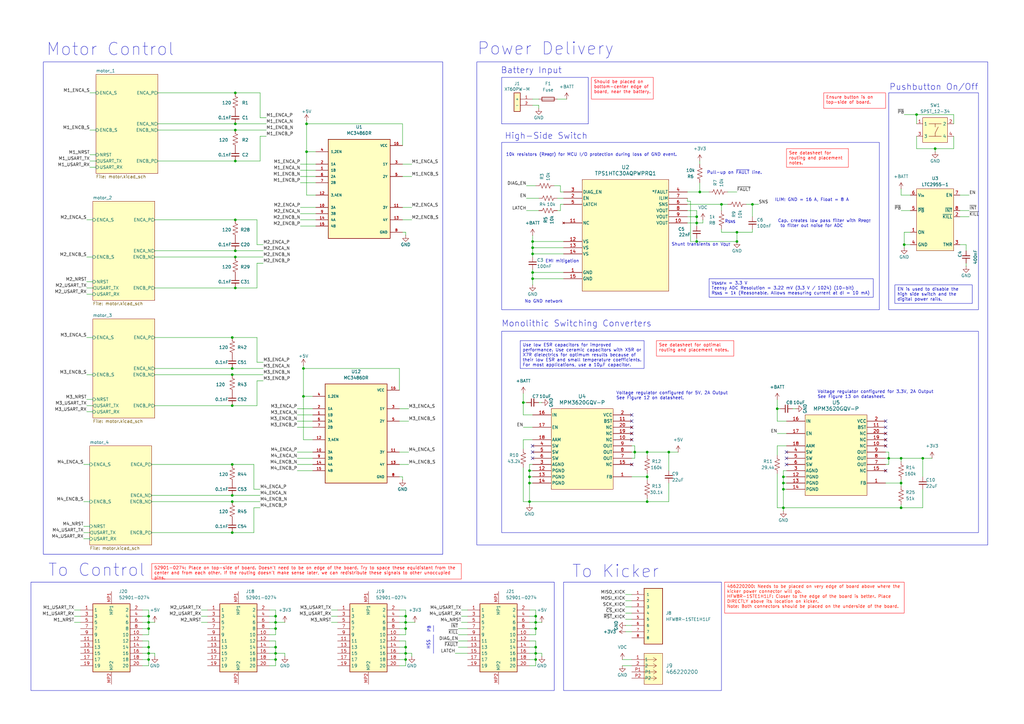
<source format=kicad_sch>
(kicad_sch (version 20231120) (generator "eeschema") (generator_version "8.0")
  (paper "A3")
  (junction (at 321.31 195.58))
  (junction (at 95.25 166.37))
  (junction (at 219.71 267.97))
  (junction (at 113.03 265.43))
  (junction (at 166.37 252.73))
  (junction (at 219.71 257.81))
  (junction (at 95.25 151.13))
  (junction (at 95.25 138.43))
  (junction (at 124.46 151.13))
  (junction (at 217.17 193.04))
  (junction (at 308.61 83.82))
  (junction (at 113.03 255.27))
  (junction (at 166.37 270.51))
  (junction (at 364.49 187.96))
  (junction (at 321.31 200.66))
  (junction (at 369.57 187.96))
  (junction (at 166.37 257.81))
  (junction (at 375.92 46.99))
  (junction (at 369.57 198.12))
  (junction (at 96.52 53.34))
  (junction (at 166.37 267.97))
  (junction (at 60.96 257.81))
  (junction (at 60.96 265.43))
  (junction (at 218.44 114.3))
  (junction (at 302.26 95.25))
  (junction (at 370.84 100.33))
  (junction (at 217.17 198.12))
  (junction (at 383.54 60.96))
  (junction (at 95.25 190.5))
  (junction (at 166.37 265.43))
  (junction (at 219.71 255.27))
  (junction (at 96.52 105.41))
  (junction (at 113.03 270.51))
  (junction (at 113.03 257.81))
  (junction (at 219.71 270.51))
  (junction (at 218.44 99.06))
  (junction (at 125.73 62.23))
  (junction (at 95.25 205.74))
  (junction (at 95.25 153.67))
  (junction (at 285.75 91.44))
  (junction (at 214.63 165.1))
  (junction (at 60.96 255.27))
  (junction (at 285.75 99.06))
  (junction (at 95.25 203.2))
  (junction (at 96.52 118.11))
  (junction (at 113.03 252.73))
  (junction (at 60.96 270.51))
  (junction (at 285.75 88.9))
  (junction (at 218.44 104.14))
  (junction (at 95.25 218.44))
  (junction (at 124.46 162.56))
  (junction (at 218.44 101.6))
  (junction (at 96.52 66.04))
  (junction (at 274.32 185.42))
  (junction (at 321.31 198.12))
  (junction (at 60.96 252.73))
  (junction (at 287.02 78.74))
  (junction (at 265.43 205.74))
  (junction (at 318.77 167.64))
  (junction (at 295.91 83.82))
  (junction (at 166.37 255.27))
  (junction (at 113.03 267.97))
  (junction (at 378.46 187.96))
  (junction (at 369.57 208.28))
  (junction (at 96.52 102.87))
  (junction (at 302.26 99.06))
  (junction (at 265.43 195.58))
  (junction (at 217.17 195.58))
  (junction (at 219.71 252.73))
  (junction (at 96.52 90.17))
  (junction (at 218.44 111.76))
  (junction (at 96.52 50.8))
  (junction (at 217.17 205.74))
  (junction (at 219.71 265.43))
  (junction (at 60.96 267.97))
  (junction (at 260.35 185.42))
  (junction (at 265.43 185.42))
  (junction (at 96.52 38.1))
  (junction (at 321.31 208.28))
  (junction (at 125.73 50.8))
  (no_connect (at 322.58 187.96))
  (no_connect (at 259.08 170.18))
  (no_connect (at 259.08 190.5))
  (no_connect (at 363.22 175.26))
  (no_connect (at 363.22 172.72))
  (no_connect (at 259.08 180.34))
  (no_connect (at 363.22 180.34))
  (no_connect (at 218.44 182.88))
  (no_connect (at 259.08 172.72))
  (no_connect (at 363.22 177.8))
  (no_connect (at 218.44 185.42))
  (no_connect (at 363.22 193.04))
  (no_connect (at 218.44 187.96))
  (no_connect (at 363.22 182.88))
  (no_connect (at 322.58 190.5))
  (no_connect (at 259.08 177.8))
  (no_connect (at 322.58 185.42))
  (no_connect (at 259.08 175.26))
  (wire (pts (xy 215.9 86.36) (xy 220.98 86.36)))
  (wire (pts (xy 35.56 120.65) (xy 38.1 120.65)))
  (wire (pts (xy 285.75 88.9) (xy 285.75 86.36)))
  (wire (pts (xy 95.25 151.13) (xy 107.95 151.13)))
  (wire (pts (xy 255.27 270.51) (xy 259.08 270.51)))
  (wire (pts (xy 214.63 180.34) (xy 214.63 184.15)))
  (wire (pts (xy 34.29 218.44) (xy 36.83 218.44)))
  (wire (pts (xy 393.7 100.33) (xy 396.24 100.33)))
  (wire (pts (xy 58.42 265.43) (xy 60.96 265.43)))
  (wire (pts (xy 218.44 114.3) (xy 218.44 116.84)))
  (wire (pts (xy 129.54 85.09) (xy 123.19 85.09)))
  (wire (pts (xy 369.57 196.85) (xy 369.57 198.12)))
  (wire (pts (xy 265.43 194.31) (xy 265.43 195.58)))
  (wire (pts (xy 229.87 86.36) (xy 229.87 83.82)))
  (wire (pts (xy 96.52 66.04) (xy 106.68 66.04)))
  (wire (pts (xy 64.77 53.34) (xy 96.52 53.34)))
  (wire (pts (xy 166.37 250.19) (xy 166.37 252.73)))
  (wire (pts (xy 259.08 195.58) (xy 265.43 195.58)))
  (wire (pts (xy 63.5 166.37) (xy 95.25 166.37)))
  (wire (pts (xy 110.49 252.73) (xy 113.03 252.73)))
  (wire (pts (xy 105.41 166.37) (xy 105.41 156.21)))
  (wire (pts (xy 260.35 187.96) (xy 260.35 185.42)))
  (wire (pts (xy 318.77 194.31) (xy 318.77 208.28)))
  (wire (pts (xy 104.14 218.44) (xy 104.14 208.28)))
  (polyline (pts (xy 177.8 260.35) (xy 177.8 267.97)))
  (wire (pts (xy 218.44 101.6) (xy 231.14 101.6)))
  (wire (pts (xy 281.94 83.82) (xy 295.91 83.82)))
  (wire (pts (xy 110.49 270.51) (xy 113.03 270.51)))
  (wire (pts (xy 110.49 267.97) (xy 113.03 267.97)))
  (wire (pts (xy 163.83 160.02) (xy 163.83 151.13)))
  (wire (pts (xy 125.73 80.01) (xy 125.73 62.23)))
  (wire (pts (xy 214.63 165.1) (xy 214.63 170.18)))
  (wire (pts (xy 34.29 220.98) (xy 36.83 220.98)))
  (wire (pts (xy 215.9 165.1) (xy 214.63 165.1)))
  (wire (pts (xy 285.75 99.06) (xy 302.26 99.06)))
  (wire (pts (xy 217.17 255.27) (xy 219.71 255.27)))
  (wire (pts (xy 217.17 198.12) (xy 217.17 195.58)))
  (wire (pts (xy 62.23 205.74) (xy 95.25 205.74)))
  (wire (pts (xy 166.37 265.43) (xy 166.37 267.97)))
  (wire (pts (xy 58.42 250.19) (xy 60.96 250.19)))
  (wire (pts (xy 298.45 78.74) (xy 302.26 78.74)))
  (wire (pts (xy 364.49 190.5) (xy 364.49 187.96)))
  (wire (pts (xy 110.49 260.35) (xy 113.03 260.35)))
  (wire (pts (xy 218.44 96.52) (xy 218.44 99.06)))
  (wire (pts (xy 373.38 95.25) (xy 370.84 95.25)))
  (wire (pts (xy 105.41 90.17) (xy 105.41 100.33)))
  (wire (pts (xy 123.19 72.39) (xy 129.54 72.39)))
  (wire (pts (xy 393.7 80.01) (xy 397.51 80.01)))
  (wire (pts (xy 302.26 95.25) (xy 302.26 99.06)))
  (wire (pts (xy 30.48 255.27) (xy 33.02 255.27)))
  (wire (pts (xy 217.17 205.74) (xy 265.43 205.74)))
  (wire (pts (xy 322.58 200.66) (xy 321.31 200.66)))
  (wire (pts (xy 218.44 99.06) (xy 218.44 101.6)))
  (wire (pts (xy 218.44 99.06) (xy 231.14 99.06)))
  (wire (pts (xy 95.25 190.5) (xy 104.14 190.5)))
  (wire (pts (xy 218.44 40.64) (xy 220.98 40.64)))
  (wire (pts (xy 63.5 102.87) (xy 96.52 102.87)))
  (wire (pts (xy 163.83 250.19) (xy 166.37 250.19)))
  (wire (pts (xy 285.75 99.06) (xy 285.75 97.79)))
  (wire (pts (xy 321.31 209.55) (xy 321.31 208.28)))
  (wire (pts (xy 113.03 255.27) (xy 116.84 255.27)))
  (wire (pts (xy 123.19 74.93) (xy 129.54 74.93)))
  (wire (pts (xy 113.03 270.51) (xy 113.03 273.05)))
  (wire (pts (xy 295.91 95.25) (xy 295.91 93.98)))
  (wire (pts (xy 104.14 200.66) (xy 106.68 200.66)))
  (wire (pts (xy 260.35 182.88) (xy 260.35 185.42)))
  (wire (pts (xy 95.25 153.67) (xy 107.95 153.67)))
  (wire (pts (xy 189.23 250.19) (xy 191.77 250.19)))
  (wire (pts (xy 218.44 180.34) (xy 214.63 180.34)))
  (wire (pts (xy 60.96 252.73) (xy 60.96 255.27)))
  (wire (pts (xy 288.29 90.17) (xy 288.29 91.44)))
  (wire (pts (xy 308.61 83.82) (xy 308.61 88.9)))
  (wire (pts (xy 110.49 257.81) (xy 113.03 257.81)))
  (wire (pts (xy 321.31 198.12) (xy 322.58 198.12)))
  (wire (pts (xy 302.26 95.25) (xy 295.91 95.25)))
  (wire (pts (xy 375.92 60.96) (xy 383.54 60.96)))
  (wire (pts (xy 166.37 255.27) (xy 166.37 257.81)))
  (wire (pts (xy 326.39 167.64) (xy 325.12 167.64)))
  (wire (pts (xy 375.92 55.88) (xy 375.92 60.96)))
  (wire (pts (xy 163.83 172.72) (xy 167.64 172.72)))
  (wire (pts (xy 96.52 53.34) (xy 109.22 53.34)))
  (wire (pts (xy 163.83 273.05) (xy 166.37 273.05)))
  (wire (pts (xy 217.17 260.35) (xy 219.71 260.35)))
  (wire (pts (xy 62.23 218.44) (xy 95.25 218.44)))
  (wire (pts (xy 191.77 257.81) (xy 187.96 257.81)))
  (wire (pts (xy 373.38 100.33) (xy 370.84 100.33)))
  (wire (pts (xy 369.57 80.01) (xy 373.38 80.01)))
  (wire (pts (xy 121.92 170.18) (xy 128.27 170.18)))
  (wire (pts (xy 186.69 267.97) (xy 191.77 267.97)))
  (wire (pts (xy 227.33 76.2) (xy 229.87 76.2)))
  (wire (pts (xy 96.52 118.11) (xy 105.41 118.11)))
  (wire (pts (xy 229.87 78.74) (xy 231.14 78.74)))
  (wire (pts (xy 283.21 82.55) (xy 283.21 99.06)))
  (wire (pts (xy 168.91 267.97) (xy 168.91 269.24)))
  (wire (pts (xy 36.83 68.58) (xy 39.37 68.58)))
  (wire (pts (xy 106.68 66.04) (xy 106.68 55.88)))
  (wire (pts (xy 393.7 86.36) (xy 397.51 86.36)))
  (wire (pts (xy 295.91 83.82) (xy 298.45 83.82)))
  (wire (pts (xy 36.83 53.34) (xy 39.37 53.34)))
  (wire (pts (xy 121.92 172.72) (xy 128.27 172.72)))
  (wire (pts (xy 163.83 252.73) (xy 166.37 252.73)))
  (wire (pts (xy 370.84 95.25) (xy 370.84 100.33)))
  (wire (pts (xy 322.58 193.04) (xy 321.31 193.04)))
  (wire (pts (xy 321.31 200.66) (xy 321.31 198.12)))
  (wire (pts (xy 113.03 250.19) (xy 113.03 252.73)))
  (wire (pts (xy 214.63 175.26) (xy 218.44 175.26)))
  (wire (pts (xy 95.25 138.43) (xy 105.41 138.43)))
  (wire (pts (xy 220.98 43.18) (xy 220.98 44.45)))
  (wire (pts (xy 124.46 149.86) (xy 124.46 151.13)))
  (wire (pts (xy 219.71 250.19) (xy 219.71 252.73)))
  (wire (pts (xy 218.44 110.49) (xy 218.44 111.76)))
  (wire (pts (xy 96.52 50.8) (xy 109.22 50.8)))
  (wire (pts (xy 96.52 90.17) (xy 105.41 90.17)))
  (wire (pts (xy 63.5 151.13) (xy 95.25 151.13)))
  (wire (pts (xy 166.37 270.51) (xy 166.37 273.05)))
  (wire (pts (xy 63.5 138.43) (xy 95.25 138.43)))
  (wire (pts (xy 163.83 262.89) (xy 166.37 262.89)))
  (wire (pts (xy 110.49 265.43) (xy 113.03 265.43)))
  (wire (pts (xy 60.96 262.89) (xy 60.96 265.43)))
  (wire (pts (xy 256.54 243.84) (xy 259.08 243.84)))
  (wire (pts (xy 125.73 62.23) (xy 129.54 62.23)))
  (wire (pts (xy 165.1 85.09) (xy 168.91 85.09)))
  (wire (pts (xy 34.29 215.9) (xy 36.83 215.9)))
  (wire (pts (xy 321.31 200.66) (xy 321.31 208.28)))
  (wire (pts (xy 124.46 180.34) (xy 124.46 162.56)))
  (wire (pts (xy 113.03 252.73) (xy 113.03 255.27)))
  (wire (pts (xy 30.48 252.73) (xy 33.02 252.73)))
  (wire (pts (xy 60.96 265.43) (xy 60.96 267.97)))
  (wire (pts (xy 60.96 267.97) (xy 60.96 270.51)))
  (wire (pts (xy 163.83 185.42) (xy 167.64 185.42)))
  (wire (pts (xy 163.83 257.81) (xy 166.37 257.81)))
  (wire (pts (xy 255.27 273.05) (xy 259.08 273.05)))
  (wire (pts (xy 60.96 255.27) (xy 63.5 255.27)))
  (wire (pts (xy 369.57 187.96) (xy 369.57 189.23)))
  (wire (pts (xy 274.32 198.12) (xy 274.32 205.74)))
  (wire (pts (xy 63.5 118.11) (xy 96.52 118.11)))
  (wire (pts (xy 165.1 67.31) (xy 168.91 67.31)))
  (wire (pts (xy 64.77 38.1) (xy 96.52 38.1)))
  (wire (pts (xy 58.42 252.73) (xy 60.96 252.73)))
  (wire (pts (xy 110.49 255.27) (xy 113.03 255.27)))
  (wire (pts (xy 36.83 38.1) (xy 39.37 38.1)))
  (wire (pts (xy 391.16 55.88) (xy 391.16 60.96)))
  (wire (pts (xy 124.46 162.56) (xy 128.27 162.56)))
  (wire (pts (xy 265.43 204.47) (xy 265.43 205.74)))
  (wire (pts (xy 396.24 107.95) (xy 396.24 109.22)))
  (wire (pts (xy 64.77 50.8) (xy 96.52 50.8)))
  (wire (pts (xy 219.71 265.43) (xy 219.71 267.97)))
  (wire (pts (xy 217.17 265.43) (xy 219.71 265.43)))
  (wire (pts (xy 214.63 161.29) (xy 214.63 165.1)))
  (wire (pts (xy 165.1 90.17) (xy 168.91 90.17)))
  (wire (pts (xy 281.94 91.44) (xy 285.75 91.44)))
  (wire (pts (xy 260.35 185.42) (xy 265.43 185.42)))
  (wire (pts (xy 281.94 82.55) (xy 281.94 81.28)))
  (wire (pts (xy 217.17 190.5) (xy 217.17 193.04)))
  (wire (pts (xy 369.57 208.28) (xy 378.46 208.28)))
  (wire (pts (xy 35.56 115.57) (xy 38.1 115.57)))
  (wire (pts (xy 285.75 91.44) (xy 288.29 91.44)))
  (wire (pts (xy 58.42 267.97) (xy 60.96 267.97)))
  (wire (pts (xy 274.32 185.42) (xy 265.43 185.42)))
  (wire (pts (xy 135.89 252.73) (xy 138.43 252.73)))
  (wire (pts (xy 165.1 72.39) (xy 168.91 72.39)))
  (wire (pts (xy 318.77 208.28) (xy 321.31 208.28)))
  (wire (pts (xy 33.02 250.19) (xy 30.48 250.19)))
  (wire (pts (xy 58.42 255.27) (xy 60.96 255.27)))
  (wire (pts (xy 166.37 262.89) (xy 166.37 265.43)))
  (wire (pts (xy 95.25 205.74) (xy 106.68 205.74)))
  (wire (pts (xy 34.29 190.5) (xy 36.83 190.5)))
  (wire (pts (xy 219.71 257.81) (xy 219.71 260.35)))
  (wire (pts (xy 63.5 90.17) (xy 96.52 90.17)))
  (wire (pts (xy 96.52 102.87) (xy 107.95 102.87)))
  (wire (pts (xy 283.21 99.06) (xy 285.75 99.06)))
  (wire (pts (xy 218.44 111.76) (xy 218.44 114.3)))
  (wire (pts (xy 191.77 265.43) (xy 187.96 265.43)))
  (wire (pts (xy 217.17 195.58) (xy 218.44 195.58)))
  (wire (pts (xy 113.03 262.89) (xy 113.03 265.43)))
  (wire (pts (xy 95.25 203.2) (xy 106.68 203.2)))
  (wire (pts (xy 163.83 167.64) (xy 167.64 167.64)))
  (wire (pts (xy 302.26 95.25) (xy 308.61 95.25)))
  (wire (pts (xy 163.83 195.58) (xy 165.1 195.58)))
  (wire (pts (xy 318.77 182.88) (xy 318.77 186.69)))
  (wire (pts (xy 166.37 255.27) (xy 170.18 255.27)))
  (wire (pts (xy 35.56 168.91) (xy 38.1 168.91)))
  (wire (pts (xy 215.9 81.28) (xy 220.98 81.28)))
  (wire (pts (xy 105.41 100.33) (xy 107.95 100.33)))
  (wire (pts (xy 82.55 252.73) (xy 85.09 252.73)))
  (wire (pts (xy 58.42 270.51) (xy 60.96 270.51)))
  (wire (pts (xy 218.44 190.5) (xy 217.17 190.5)))
  (wire (pts (xy 121.92 193.04) (xy 128.27 193.04)))
  (wire (pts (xy 219.71 252.73) (xy 219.71 255.27)))
  (wire (pts (xy 369.57 198.12) (xy 369.57 199.39)))
  (wire (pts (xy 287.02 78.74) (xy 290.83 78.74)))
  (wire (pts (xy 285.75 92.71) (xy 285.75 91.44)))
  (wire (pts (xy 369.57 86.36) (xy 373.38 86.36)))
  (wire (pts (xy 35.56 163.83) (xy 38.1 163.83)))
  (wire (pts (xy 166.37 95.25) (xy 166.37 96.52)))
  (wire (pts (xy 378.46 187.96) (xy 378.46 195.58)))
  (wire (pts (xy 369.57 207.01) (xy 369.57 208.28)))
  (wire (pts (xy 321.31 208.28) (xy 369.57 208.28)))
  (wire (pts (xy 219.71 255.27) (xy 219.71 257.81)))
  (wire (pts (xy 113.03 257.81) (xy 113.03 260.35)))
  (wire (pts (xy 364.49 185.42) (xy 364.49 187.96)))
  (wire (pts (xy 123.19 87.63) (xy 129.54 87.63)))
  (wire (pts (xy 189.23 255.27) (xy 191.77 255.27)))
  (wire (pts (xy 391.16 46.99) (xy 391.16 50.8)))
  (wire (pts (xy 217.17 193.04) (xy 217.17 195.58)))
  (wire (pts (xy 36.83 63.5) (xy 39.37 63.5)))
  (wire (pts (xy 322.58 195.58) (xy 321.31 195.58)))
  (wire (pts (xy 35.56 90.17) (xy 38.1 90.17)))
  (wire (pts (xy 306.07 83.82) (xy 308.61 83.82)))
  (wire (pts (xy 62.23 190.5) (xy 95.25 190.5)))
  (wire (pts (xy 121.92 175.26) (xy 128.27 175.26)))
  (wire (pts (xy 219.71 267.97) (xy 219.71 270.51)))
  (wire (pts (xy 58.42 273.05) (xy 60.96 273.05)))
  (wire (pts (xy 105.41 156.21) (xy 107.95 156.21)))
  (wire (pts (xy 123.19 90.17) (xy 129.54 90.17)))
  (wire (pts (xy 396.24 100.33) (xy 396.24 102.87)))
  (wire (pts (xy 163.83 260.35) (xy 166.37 260.35)))
  (wire (pts (xy 39.37 66.04) (xy 36.83 66.04)))
  (wire (pts (xy 260.35 185.42) (xy 259.08 185.42)))
  (wire (pts (xy 104.14 190.5) (xy 104.14 200.66)))
  (wire (pts (xy 219.71 255.27) (xy 222.25 255.27)))
  (wire (pts (xy 82.55 255.27) (xy 85.09 255.27)))
  (wire (pts (xy 123.19 69.85) (xy 129.54 69.85)))
  (wire (pts (xy 393.7 88.9) (xy 397.51 88.9)))
  (wire (pts (xy 96.52 105.41) (xy 107.95 105.41)))
  (wire (pts (xy 364.49 187.96) (xy 363.22 187.96)))
  (wire (pts (xy 113.03 267.97) (xy 116.84 267.97)))
  (wire (pts (xy 113.03 265.43) (xy 113.03 267.97)))
  (wire (pts (xy 256.54 246.38) (xy 259.08 246.38)))
  (wire (pts (xy 265.43 185.42) (xy 265.43 186.69)))
  (wire (pts (xy 218.44 104.14) (xy 231.14 104.14)))
  (wire (pts (xy 58.42 257.81) (xy 60.96 257.81)))
  (wire (pts (xy 218.44 193.04) (xy 217.17 193.04)))
  (wire (pts (xy 281.94 78.74) (xy 287.02 78.74)))
  (wire (pts (xy 165.1 50.8) (xy 125.73 50.8)))
  (wire (pts (xy 113.03 255.27) (xy 113.03 257.81)))
  (wire (pts (xy 219.71 262.89) (xy 219.71 265.43)))
  (wire (pts (xy 256.54 259.08) (xy 259.08 259.08)))
  (wire (pts (xy 265.43 195.58) (xy 265.43 196.85)))
  (wire (pts (xy 281.94 82.55) (xy 283.21 82.55)))
  (wire (pts (xy 375.92 46.99) (xy 391.16 46.99)))
  (wire (pts (xy 215.9 76.2) (xy 219.71 76.2)))
  (wire (pts (xy 382.27 187.96) (xy 378.46 187.96)))
  (wire (pts (xy 35.56 105.41) (xy 38.1 105.41)))
  (wire (pts (xy 106.68 48.26) (xy 109.22 48.26)))
  (wire (pts (xy 113.03 267.97) (xy 113.03 270.51)))
  (wire (pts (xy 369.57 77.47) (xy 369.57 80.01)))
  (wire (pts (xy 217.17 273.05) (xy 219.71 273.05)))
  (wire (pts (xy 163.83 265.43) (xy 166.37 265.43)))
  (wire (pts (xy 219.71 270.51) (xy 219.71 273.05)))
  (wire (pts (xy 123.19 92.71) (xy 129.54 92.71)))
  (wire (pts (xy 308.61 83.82) (xy 311.15 83.82)))
  (wire (pts (xy 222.25 165.1) (xy 220.98 165.1)))
  (wire (pts (xy 217.17 262.89) (xy 219.71 262.89)))
  (wire (pts (xy 318.77 167.64) (xy 318.77 172.72)))
  (wire (pts (xy 281.94 88.9) (xy 285.75 88.9)))
  (wire (pts (xy 383.54 60.96) (xy 383.54 62.23)))
  (wire (pts (xy 34.29 205.74) (xy 36.83 205.74)))
  (wire (pts (xy 256.54 251.46) (xy 259.08 251.46)))
  (wire (pts (xy 218.44 114.3) (xy 231.14 114.3)))
  (wire (pts (xy 218.44 170.18) (xy 214.63 170.18)))
  (wire (pts (xy 165.1 95.25) (xy 166.37 95.25)))
  (wire (pts (xy 104.14 208.28) (xy 106.68 208.28)))
  (wire (pts (xy 256.54 248.92) (xy 259.08 248.92)))
  (wire (pts (xy 135.89 250.19) (xy 138.43 250.19)))
  (wire (pts (xy 35.56 118.11) (xy 38.1 118.11)))
  (wire (pts (xy 116.84 267.97) (xy 116.84 269.24)))
  (wire (pts (xy 259.08 182.88) (xy 260.35 182.88)))
  (wire (pts (xy 105.41 138.43) (xy 105.41 148.59)))
  (wire (pts (xy 60.96 255.27) (xy 60.96 257.81)))
  (wire (pts (xy 318.77 177.8) (xy 322.58 177.8)))
  (wire (pts (xy 370.84 46.99) (xy 375.92 46.99)))
  (wire (pts (xy 217.17 207.01) (xy 217.17 205.74)))
  (wire (pts (xy 256.54 254) (xy 259.08 254)))
  (wire (pts (xy 187.96 262.89) (xy 191.77 262.89)))
  (wire (pts (xy 281.94 86.36) (xy 285.75 86.36)))
  (wire (pts (xy 166.37 267.97) (xy 168.91 267.97)))
  (wire (pts (xy 214.63 191.77) (xy 214.63 205.74)))
  (wire (pts (xy 82.55 250.19) (xy 85.09 250.19)))
  (wire (pts (xy 123.19 67.31) (xy 129.54 67.31)))
  (wire (pts (xy 110.49 250.19) (xy 113.03 250.19)))
  (wire (pts (xy 320.04 167.64) (xy 318.77 167.64)))
  (wire (pts (xy 96.52 38.1) (xy 106.68 38.1)))
  (wire (pts (xy 308.61 93.98) (xy 308.61 95.25)))
  (wire (pts (xy 321.31 195.58) (xy 321.31 198.12)))
  (wire (pts (xy 217.17 198.12) (xy 217.17 205.74)))
  (wire (pts (xy 189.23 252.73) (xy 191.77 252.73)))
  (wire (pts (xy 60.96 270.51) (xy 60.96 273.05)))
  (wire (pts (xy 63.5 105.41) (xy 96.52 105.41)))
  (wire (pts (xy 375.92 50.8) (xy 375.92 46.99)))
  (wire (pts (xy 322.58 182.88) (xy 318.77 182.88)))
  (wire (pts (xy 64.77 66.04) (xy 96.52 66.04)))
  (wire (pts (xy 106.68 38.1) (xy 106.68 48.26)))
  (wire (pts (xy 163.83 190.5) (xy 167.64 190.5)))
  (wire (pts (xy 62.23 203.2) (xy 95.25 203.2)))
  (wire (pts (xy 228.6 81.28) (xy 231.14 81.28)))
  (wire (pts (xy 217.17 257.81) (xy 219.71 257.81)))
  (wire (pts (xy 163.83 267.97) (xy 166.37 267.97)))
  (wire (pts (xy 228.6 86.36) (xy 229.87 86.36)))
  (wire (pts (xy 125.73 49.53) (xy 125.73 50.8)))
  (wire (pts (xy 35.56 153.67) (xy 38.1 153.67)))
  (wire (pts (xy 166.37 252.73) (xy 166.37 255.27)))
  (wire (pts (xy 222.25 267.97) (xy 222.25 269.24)))
  (wire (pts (xy 105.41 148.59) (xy 107.95 148.59)))
  (wire (pts (xy 265.43 205.74) (xy 274.32 205.74)))
  (wire (pts (xy 105.41 118.11) (xy 105.41 107.95)))
  (wire (pts (xy 63.5 153.67) (xy 95.25 153.67)))
  (wire (pts (xy 219.71 267.97) (xy 222.25 267.97)))
  (wire (pts (xy 60.96 257.81) (xy 60.96 260.35)))
  (wire (pts (xy 110.49 273.05) (xy 113.03 273.05)))
  (wire (pts (xy 128.27 180.34) (xy 124.46 180.34)))
  (wire (pts (xy 35.56 138.43) (xy 38.1 138.43)))
  (wire (pts (xy 218.44 198.12) (xy 217.17 198.12)))
  (wire (pts (xy 125.73 50.8) (xy 125.73 62.23)))
  (wire (pts (xy 378.46 187.96) (xy 369.57 187.96)))
  (wire (pts (xy 110.49 262.89) (xy 113.03 262.89)))
  (wire (pts (xy 218.44 111.76) (xy 231.14 111.76)))
  (wire (pts (xy 363.22 198.12) (xy 369.57 198.12)))
  (wire (pts (xy 217.17 270.51) (xy 219.71 270.51)))
  (polyline (pts (xy 177.8 256.54) (xy 177.8 259.08)))
  (wire (pts (xy 218.44 43.18) (xy 220.98 43.18)))
  (wire (pts (xy 217.17 267.97) (xy 219.71 267.97)))
  (wire (pts (xy 58.42 262.89) (xy 60.96 262.89)))
  (wire (pts (xy 274.32 185.42) (xy 274.32 193.04)))
  (wire (pts (xy 95.25 218.44) (xy 104.14 218.44)))
  (wire (pts (xy 121.92 190.5) (xy 128.27 190.5)))
  (wire (pts (xy 214.63 205.74) (xy 217.17 205.74)))
  (wire (pts (xy 229.87 76.2) (xy 229.87 78.74)))
  (wire (pts (xy 218.44 104.14) (xy 218.44 105.41)))
  (wire (pts (xy 378.46 200.66) (xy 378.46 208.28)))
  (wire (pts (xy 166.37 257.81) (xy 166.37 260.35)))
  (wire (pts (xy 218.44 101.6) (xy 218.44 104.14)))
  (wire (pts (xy 322.58 172.72) (xy 318.77 172.72)))
  (wire (pts (xy 318.77 163.83) (xy 318.77 167.64)))
  (wire (pts (xy 163.83 270.51) (xy 166.37 270.51)))
  (wire (pts (xy 63.5 267.97) (xy 63.5 269.24)))
  (wire (pts (xy 124.46 151.13) (xy 124.46 162.56)))
  (wire (pts (xy 363.22 185.42) (xy 364.49 185.42)))
  (wire (pts (xy 363.22 190.5) (xy 364.49 190.5)))
  (wire (pts (xy 287.02 66.04) (xy 287.02 67.31)))
  (wire (pts (xy 165.1 195.58) (xy 165.1 196.85)))
  (wire (pts (xy 364.49 187.96) (xy 369.57 187.96)))
  (wire (pts (xy 274.32 185.42) (xy 278.13 185.42)))
  (wire (pts (xy 105.41 107.95) (xy 107.95 107.95)))
  (wire (pts (xy 58.42 260.35) (xy 60.96 260.35)))
  (wire (pts (xy 191.77 260.35) (xy 187.96 260.35)))
  (wire (pts (xy 163.83 151.13) (xy 124.46 151.13)))
  (wire (pts (xy 163.83 255.27) (xy 166.37 255.27)))
  (wire (pts (xy 217.17 252.73) (xy 219.71 252.73)))
  (wire (pts (xy 60.96 267.97) (xy 63.5 267.97)))
  (wire (pts (xy 285.75 91.44) (xy 285.75 88.9)))
  (wire (pts (xy 121.92 187.96) (xy 128.27 187.96)))
  (wire (pts (xy 383.54 60.96) (xy 391.16 60.96)))
  (wire (pts (xy 166.37 267.97) (xy 166.37 270.51)))
  (wire (pts (xy 35.56 166.37) (xy 38.1 166.37)))
  (wire (pts (xy 129.54 80.01) (xy 125.73 80.01)))
  (wire (pts (xy 287.02 74.93) (xy 287.02 78.74)))
  (wire (pts (xy 165.1 59.69) (xy 165.1 50.8)))
  (wire (pts (xy 295.91 86.36) (xy 295.91 83.82)))
  (wire (pts (xy 106.68 55.88) (xy 109.22 55.88)))
  (wire (pts (xy 229.87 83.82) (xy 231.14 83.82)))
  (wire (pts (xy 217.17 250.19) (xy 219.71 250.19)))
  (wire (pts (xy 128.27 185.42) (xy 121.92 185.42)))
  (wire (pts (xy 121.92 167.64) (xy 128.27 167.64)))
  (wire (pts (xy 259.08 187.96) (xy 260.35 187.96)))
  (wire (pts (xy 370.84 100.33) (xy 370.84 101.6)))
  (wire (pts (xy 95.25 166.37) (xy 105.41 166.37)))
  (wire (pts (xy 256.54 256.54) (xy 259.08 256.54)))
  (wire (pts (xy 135.89 255.27) (xy 138.43 255.27)))
  (wire (pts (xy 60.96 250.19) (xy 60.96 252.73)))
  (wire (pts (xy 321.31 193.04) (xy 321.31 195.58)))
  (wire (pts (xy 228.6 40.64) (xy 232.41 40.64)))
  (rectangle (start 231.14 238.76) (end 295.91 283.21))
  (rectangle (start 205.74 135.89) (end 401.32 218.44))
  (rectangle (start 205.74 58.42) (end 360.68 127))
  (rectangle (start 195.58 25.4) (end 405.13 223.52))
  (rectangle (start 364.49 38.1) (end 401.32 127))
  (rectangle (start 205.74 31.75) (end 241.3 50.8))
  (rectangle (start 12.7 238.76) (end 227.33 283.21))
  (rectangle (start 17.78 25.4) (end 181.61 227.33))
  (text_box "Ensure button is on top-side of board." (at 337.82 38.1 0) (size 25.4 6.35) (stroke (width 0) (color 255 0 15 1)) (effects (font (size 1.27 1.27)) (justify left top)))
  (text_box "EN is used to disable the high side switch and the digital power rails.\n" (at 367.03 116.84 0) (size 31.75 7.62) (effects (font (size 1.27 1.27)) (justify left top)))
  (text_box "Use low ESR capacitors for improved performance. Use ceramic capacitors with X5R or X7R dielectrics for optimum results because of their low ESR and small temperature coefficients. For most applications, use a 10μF capacitor." (at 213.36 139.7 0) (size 50.8 11.43) (effects (font (size 1.27 1.27)) (justify left top)))
  (text_box "Should be placed on bottom-center edge of board, near the battery." (at 242.57 31.75 0) (size 25.4 8.89) (stroke (width 0) (color 255 0 11 1)) (effects (font (size 1.27 1.27)) (justify left top)))
  (text_box "V_{SNSFH} = 3.3 V \nTeensy ADC Resolution = 3.22 mV (3.3 V / 1024) (10-bit)\nR_{SNS} = 1k (Reasonable. Allows measuring current at dI = 10 mA)" (at 290.83 114.3 0) (size 67.31 7.62) (effects (font (size 1.27 1.27)) (justify left top)))
  (text_box "466220200: Needs to be placed on very edge of board above where the kicker power connector will go.\nHFW8R-1STE1H1LF: Closer to the edge of the board is better. Place DIRECTLY above its location on kicker.\nNote: Both connectors should be placed on the underside of the board." (at 297.18 238.76 0) (size 73.66 12.7) (stroke (width 0) (color 255 0 10 1)) (effects (font (size 1.27 1.27)) (justify left top)))
  (text_box "52901-0274: Place on top-side of board. Doesn't need to be on edge of the board. Try to space these equidistant from the center and from each other. If the routing doesn't make sense later, we can redistribute these signals to other unoccupied pins." (at 62.23 231.14 0) (size 127 6.35) (stroke (width 0) (color 255 4 0 1)) (effects (font (size 1.27 1.27)) (justify left top)))
  (text_box "See datasheet for routing and placement notes." (at 322.58 60.96 0) (size 25.4 7.62) (stroke (width 0) (color 255 0 4 1)) (effects (font (size 1.27 1.27)) (justify left top)))
  (text_box "See datasheet for optimal routing and placement notes." (at 269.24 139.7 0) (size 31.75 6.35) (stroke (width 0) (color 255 0 7 1)) (effects (font (size 1.27 1.27)) (justify left top)))
  (text "R_{SNS}" (at 299.466 90.932 0) (effects (font (size 1.27 1.27))))
  (text "PB" (at 176.022 258.064 90) (effects (font (size 1.27 1.27))))
  (text "10k resistors (R_{PROT}) for MCU I/O protection during loss of GND event." (at 242.57 63.5 0) (effects (font (size 1.27 1.27))))
  (text "Cap. creates low pass filter with R_{PROT}\n to filter out noise for ADC" (at 319.024 91.694 0) (effects (font (size 1.27 1.27)) (justify left)))
  (text "ILIM: GND = 16 A, Float = 8 A" (at 332.994 82.042 0) (effects (font (size 1.27 1.27))))
  (text "HSS" (at 175.768 264.414 90) (effects (font (size 1.27 1.27))))
  (text "Battery Input" (at 217.932 28.956 0) (effects (font (size 2.54 2.54))))
  (text "Voltage regulator configured for 3.3V, 2A Output\nSee Figure 13 on datasheet." (at 335.28 161.798 0) (effects (font (size 1.27 1.27)) (justify left)))
  (text "Shunt transients on V_{OUT}" (at 287.528 100.33 0) (effects (font (size 1.27 1.27))))
  (text "No GND network" (at 223.012 123.698 0) (effects (font (size 1.27 1.27))))
  (text "Power Delivery" (at 223.774 20.066 0) (effects (font (size 5.08 5.08))))
  (text "To Kicker" (at 252.476 234.442 0) (effects (font (size 5.08 5.08))))
  (text "Monolithic Switching Converters" (at 236.474 132.842 0) (effects (font (size 2.54 2.54))))
  (text "EMI mitigation" (at 230.632 107.188 0) (effects (font (size 1.27 1.27))))
  (text "High-Side Switch" (at 224.028 55.88 0) (effects (font (size 2.54 2.54))))
  (text "Voltage regulator configured for 5V, 2A Output\nSee Figure 12 on datasheet." (at 252.73 162.306 0) (effects (font (size 1.27 1.27)) (justify left)))
  (text "Pull-up on ~{FAULT} line." (at 301.244 70.866 0) (effects (font (size 1.27 1.27))))
  (text "Pushbutton On/Off" (at 383.032 35.814 0) (effects (font (size 2.54 2.54))))
  (text "Motor Control" (at 45.212 20.32 0) (effects (font (size 5.08 5.08))))
  (text "To Control" (at 39.624 233.934 0) (effects (font (size 5.08 5.08))))
  (label "~{KILL}" (at 187.96 260.35 180))
  (label "SNS" (at 311.15 83.82 0))
  (label "M3_USART_TX" (at 135.89 250.19 180))
  (label "~{FAULT}" (at 187.96 265.43 180))
  (label "M2_USART_RX" (at 35.56 120.65 180))
  (label "M1_ENCB_N" (at 123.19 72.39 180))
  (label "LATCH" (at 215.9 86.36 180))
  (label "M4_ENCA_P" (at 106.68 200.66 0))
  (label "M1_NRST" (at 36.83 63.5 180))
  (label "M2_ENCA_S" (at 168.91 85.09 0))
  (label "M4_USART_RX" (at 34.29 220.98 180))
  (label "M2_USART_RX" (at 82.55 252.73 180))
  (label "M1_USART_TX" (at 36.83 66.04 180))
  (label "LATCH" (at 186.69 267.97 180))
  (label "M1_ENCA_N" (at 109.22 50.8 0))
  (label "M4_ENCA_P" (at 121.92 185.42 180))
  (label "M4_ENCA_N" (at 106.68 203.2 0))
  (label "M4_ENCB_S" (at 34.29 205.74 180))
  (label "M3_ENCB_P" (at 121.92 175.26 180))
  (label "M4_NRST" (at 34.29 215.9 180))
  (label "M2_ENCB_P" (at 107.95 107.95 0))
  (label "M3_USART_RX" (at 135.89 252.73 180))
  (label "M2_ENCB_N" (at 107.95 105.41 0))
  (label "M3_ENCA_P" (at 121.92 167.64 180))
  (label "M2_ENCA_S" (at 35.56 90.17 180))
  (label "M1_ENCA_N" (at 123.19 69.85 180))
  (label "DIAG_EN" (at 187.96 262.89 180))
  (label "M3_ENCB_S" (at 167.64 172.72 0))
  (label "~{INT}" (at 187.96 257.81 180))
  (label "M3_ENCB_N" (at 121.92 172.72 180))
  (label "M4_ENCA_S" (at 34.29 190.5 180))
  (label "M2_ENCB_P" (at 123.19 92.71 180))
  (label "M1_ENCA_S" (at 168.91 67.31 0))
  (label "M3_USART_RX" (at 35.56 168.91 180))
  (label "M1_USART_RX" (at 30.48 252.73 180))
  (label "DIAG_EN" (at 215.9 76.2 180))
  (label "EN" (at 318.77 177.8 180))
  (label "M3_ENCA_S" (at 35.56 138.43 180))
  (label "M3_NRST" (at 135.89 255.27 180))
  (label "EN" (at 214.63 175.26 180))
  (label "M1_USART_RX" (at 36.83 68.58 180))
  (label "M2_ENCA_N" (at 123.19 87.63 180))
  (label "M2_USART_TX" (at 82.55 250.19 180))
  (label "~{CS}_KICK" (at 256.54 251.46 180))
  (label "~{INT}" (at 397.51 86.36 0))
  (label "M3_NRST" (at 35.56 163.83 180))
  (label "M2_NRST" (at 35.56 115.57 180))
  (label "M2_ENCA_P" (at 107.95 100.33 0))
  (label "~{PB}" (at 370.84 46.99 180))
  (label "M1_ENCB_S" (at 36.83 53.34 180))
  (label "M4_ENCB_P" (at 106.68 208.28 0))
  (label "M2_USART_TX" (at 35.56 118.11 180))
  (label "MOSI_KICK" (at 256.54 246.38 180))
  (label "M4_ENCA_N" (at 121.92 187.96 180))
  (label "M3_ENCB_S" (at 35.56 153.67 180))
  (label "M2_ENCA_N" (at 107.95 102.87 0))
  (label "M4_ENCA_S" (at 167.64 185.42 0))
  (label "M3_USART_TX" (at 35.56 166.37 180))
  (label "M1_ENCA_S" (at 36.83 38.1 180))
  (label "M1_USART_TX" (at 30.48 250.19 180))
  (label "M1_ENCA_P" (at 109.22 48.26 0))
  (label "M2_ENCB_S" (at 168.91 90.17 0))
  (label "M3_ENCA_N" (at 107.95 151.13 0))
  (label "~{KILL}" (at 397.51 88.9 0))
  (label "~{FAULT}" (at 302.26 78.74 0))
  (label "M1_ENCB_P" (at 123.19 74.93 180))
  (label "M4_USART_RX" (at 189.23 252.73 180))
  (label "M3_ENCA_N" (at 121.92 170.18 180))
  (label "M4_ENCB_N" (at 106.68 205.74 0))
  (label "M4_NRST" (at 189.23 255.27 180))
  (label "M4_ENCB_P" (at 121.92 193.04 180))
  (label "M1_ENCB_S" (at 168.91 72.39 0))
  (label "M2_ENCB_S" (at 35.56 105.41 180))
  (label "EN" (at 397.51 80.01 0))
  (label "M2_ENCB_N" (at 123.19 90.17 180))
  (label "M3_ENCB_P" (at 107.95 156.21 0))
  (label "M2_ENCA_P" (at 123.19 85.09 180))
  (label "EN" (at 215.9 81.28 180))
  (label "M3_ENCB_N" (at 107.95 153.67 0))
  (label "M3_ENCA_P" (at 107.95 148.59 0))
  (label "M1_NRST" (at 30.48 255.27 180))
  (label "M4_ENCB_S" (at 167.64 190.5 0))
  (label "MISO_KICK" (at 256.54 243.84 180))
  (label "M1_ENCB_P" (at 109.22 55.88 0))
  (label "M3_ENCA_S" (at 167.64 167.64 0))
  (label "~{PB}" (at 369.57 86.36 180))
  (label "M4_USART_TX" (at 189.23 250.19 180))
  (label "M2_NRST" (at 82.55 255.27 180))
  (label "M1_ENCB_N" (at 109.22 53.34 0))
  (label "M4_USART_TX" (at 34.29 218.44 180))
  (label "~{RST}_KICK" (at 256.54 254 180))
  (label "SCK_KICK" (at 256.54 248.92 180))
  (label "M4_ENCB_N" (at 121.92 190.5 180))
  (label "M1_ENCA_P" (at 123.19 67.31 180))
  (symbol (lib_id "Device:C_Small") (at 274.32 195.58 0) (unit 1)
    (property "Reference" "C9" (at 275.59 194.31 0) (effects (justify left)))
    (property "Value" "22uF" (at 275.59 196.85 0) (effects (justify left)))
    (property "Footprint" "Capacitor_SMD:C_1206_3216Metric" (effects (hide yes)))
    (property "Description" "Unpolarized capacitor, small symbol" (effects (hide yes)))
  )
  (symbol (lib_id "Device:C_Small") (at 378.46 198.12 0) (unit 1)
    (property "Reference" "C10" (at 379.73 196.85 0) (effects (justify left)))
    (property "Value" "22uF" (at 379.73 199.39 0) (effects (justify left)))
    (property "Footprint" "Capacitor_SMD:C_1206_3216Metric" (effects (hide yes)))
    (property "Description" "Unpolarized capacitor, small symbol" (effects (hide yes)))
  )
  (symbol (lib_id "RoboJackets-Connectors:466220200") (at 259.08 270.51 0) (unit 1)
    (property "Reference" "J9" (at 273.05 273.0499 0) (effects (font (size 1.524 1.524)) (justify left)))
    (property "Value" "466220200" (at 273.05 275.5899 0) (effects (font (size 1.524 1.524)) (justify left)))
    (property "Footprint" "RoboJackets-Connectors:CON_466220200" (effects (hide yes)))
    (property "Datasheet" "466220200" (effects (hide yes)))
  )
  (symbol (lib_id "power:GND") (at 222.25 269.24 0) (unit 1)
    (property "Reference" "#PWR0115" (effects (hide yes)))
    (property "Value" "GND" (at 222.25 273.05 0))
    (property "Description" "Power symbol creates a global label with name \"GND\" , ground" (effects (hide yes)))
  )
  (symbol (lib_id "power:+5V") (at 125.73 49.53 0) (unit 1)
    (property "Reference" "#PWR01" (effects (hide yes)))
    (property "Value" "+5V" (at 125.73 45.72 0))
    (property "Description" "Power symbol creates a global label with name \"+5V\"" (effects (hide yes)))
  )
  (symbol (lib_id "power:GND") (at 256.54 256.54 270) (mirror x) (unit 1)
    (property "Reference" "#PWR0144" (effects (hide yes)))
    (property "Value" "GND" (at 252.73 256.54 0))
    (property "Description" "Power symbol creates a global label with name \"GND\" , ground" (effects (hide yes)))
  )
  (symbol (lib_id "power:+BATT") (at 369.57 77.47 0) (unit 1)
    (property "Reference" "#PWR011" (effects (hide yes)))
    (property "Value" "+BATT" (at 369.57 72.39 0))
    (property "Description" "Power symbol creates a global label with name \"+BATT\"" (effects (hide yes)))
  )
  (symbol (lib_id "Device:R_US") (at 223.52 76.2 270) (unit 1)
    (property "Reference" "R3" (at 222.25 72.39 0))
    (property "Value" "10k" (at 224.79 72.39 0))
    (property "Footprint" "Resistor_SMD:R_0603_1608Metric" (effects (hide yes)))
    (property "Description" "Resistor, US symbol" (effects (hide yes)))
  )
  (symbol (lib_id "Device:R_US") (at 318.77 190.5 180) (unit 1)
    (property "Reference" "R11" (at 314.96 189.23 0))
    (property "Value" "29.4k" (at 314.96 191.77 0))
    (property "Footprint" "Resistor_SMD:R_0603_1608Metric" (effects (hide yes)))
    (property "Description" "Resistor, US symbol" (effects (hide yes)))
  )
  (symbol (lib_id "power:+5V") (at 63.5 255.27 0) (unit 1)
    (property "Reference" "#PWR084" (effects (hide yes)))
    (property "Value" "+5V" (at 63.5 250.19 0))
    (property "Description" "Power symbol creates a global label with name \"+5V\"" (effects (hide yes)))
  )
  (symbol (lib_id "Device:C_Small") (at 95.25 200.66 0) (unit 1)
    (property "Reference" "C53" (at 99.314 200.66 0))
    (property "Value" "0.1nF" (at 90.932 200.66 0))
    (property "Footprint" "Capacitor_SMD:C_0603_1608Metric" (effects (hide yes)))
    (property "Description" "Unpolarized capacitor, small symbol" (effects (hide yes)))
  )
  (symbol (lib_id "Device:C_Small") (at 95.25 163.83 0) (unit 1)
    (property "Reference" "C52" (at 99.314 163.83 0))
    (property "Value" "0.1nF" (at 90.932 163.83 0))
    (property "Footprint" "Capacitor_SMD:C_0603_1608Metric" (effects (hide yes)))
    (property "Description" "Unpolarized capacitor, small symbol" (effects (hide yes)))
  )
  (symbol (lib_id "power:GND") (at 326.39 167.64 90) (unit 1)
    (property "Reference" "#PWR024" (effects (hide yes)))
    (property "Value" "GND" (at 330.2 167.64 0))
    (property "Description" "Power symbol creates a global label with name \"GND\" , ground" (effects (hide yes)))
  )
  (symbol (lib_id "power:+BATT") (at 318.77 163.83 0) (unit 1)
    (property "Reference" "#PWR020" (effects (hide yes)))
    (property "Value" "+BATT" (at 318.77 158.75 0))
    (property "Description" "Power symbol creates a global label with name \"+BATT\"" (effects (hide yes)))
  )
  (symbol (lib_id "RoboJackets-Connectors:XT60PW-M") (at 212.09 43.18 0) (unit 1)
    (property "Reference" "J1" (at 212.09 34.29 0))
    (property "Value" "XT60PW-M" (at 212.09 36.576 0))
    (property "Footprint" "XT60PWM" (effects (hide yes)))
    (property "Datasheet" "https://www.tme.eu/Document/b13629717d44ae038681dba08d18c0b6/XT60PW-M.pdf" (effects (hide yes)))
    (property "Description" "Socket, DC supply, male, PIN: 2" (effects (hide yes)))
  )
  (symbol (lib_id "RoboJackets-Connectors:52901-0274") (at 204.47 242.57 270) (unit 1)
    (property "Reference" "J21" (at 207.4865 242.57 90) (effects (justify left)))
    (property "Value" "52901-0274" (at 207.4865 245.11 90) (effects (justify left)))
    (property "Footprint" "RoboJackets-Connectors:529010274" (effects (hide yes)))
    (property "Datasheet" "https://www.molex.com/pdm_docs/sd/529010274_sd.pdf" (effects (hide yes)))
    (property "Description" "Molex SlimStack Series 52901 Series Number 0.635mm Pitch 20 Way 2 Row Straight PCB Socket, Surface Mount, Solder" (effects (hide yes)))
    (property "Height" "10.45" (effects (hide yes)))
    (property "Manufacturer_Name" "Molex" (effects (hide yes)))
    (property "Manufacturer_Part_Number" "52901-0274" (effects (hide yes)))
    (property "Mouser Part Number" "538-52901-0274" (effects (hide yes)))
    (property "Mouser Price/Stock" "https://www.mouser.co.uk/ProductDetail/Molex/52901-0274?qs=5MaBjaOy8G1z2e7RZjBBtg%3D%3D" (effects (hide yes)))
  )
  (symbol (lib_id "AT-Switches:SPST_12-34") (at 383.54 53.34 0) (unit 1)
    (property "Reference" "SW1" (at 383.54 43.18 0))
    (property "Value" "SPST_12-34" (at 383.54 45.72 0))
  )
  (symbol (lib_id "power:+3V3") (at 287.02 66.04 0) (unit 1)
    (property "Reference" "#PWR017" (effects (hide yes)))
    (property "Value" "+3V3" (at 287.02 60.96 0))
    (property "Description" "Power symbol creates a global label with name \"+3V3\"" (effects (hide yes)))
  )
  (symbol (lib_id "Device:R_US") (at 96.52 57.15 180) (unit 1)
    (property "Reference" "R2" (at 100.584 57.404 0))
    (property "Value" "120" (at 91.694 57.404 0))
    (property "Footprint" "Resistor_SMD:R_0603_1608Metric" (effects (hide yes)))
    (property "Description" "Resistor, US symbol" (effects (hide yes)))
  )
  (symbol (lib_id "power:GND") (at 63.5 269.24 0) (unit 1)
    (property "Reference" "#PWR046" (effects (hide yes)))
    (property "Value" "GND" (at 63.5 273.05 0))
    (property "Description" "Power symbol creates a global label with name \"GND\" , ground" (effects (hide yes)))
  )
  (symbol (lib_id "Device:R_US") (at 369.57 203.2 180) (unit 1)
    (property "Reference" "R25" (at 373.38 201.93 0))
    (property "Value" "51k" (at 373.38 204.47 0))
    (property "Footprint" "Resistor_SMD:R_0603_1608Metric" (effects (hide yes)))
    (property "Description" "Resistor, US symbol" (effects (hide yes)))
  )
  (symbol (lib_id "power:+BATT") (at 214.63 161.29 0) (unit 1)
    (property "Reference" "#PWR019" (effects (hide yes)))
    (property "Value" "+BATT" (at 214.63 156.21 0))
    (property "Description" "Power symbol creates a global label with name \"+BATT\"" (effects (hide yes)))
  )
  (symbol (lib_id "RoboJackets-Power:MPM3620GQV-P") (at 218.44 172.72 0) (unit 1)
    (property "Reference" "U4" (at 238.76 162.56 0) (effects (font (size 1.524 1.524))))
    (property "Value" "MPM3620GQV-P" (at 238.76 165.1 0) (effects (font (size 1.524 1.524))))
    (property "Footprint" "QFN3p0x5p0x1p6_MPM3620_MNP" (effects (hide yes)))
    (property "Datasheet" "https://www.digikey.com/en/htmldatasheets/production/1785101/0/0/1/mpm3620-datasheet" (effects (hide yes)))
    (property "Description" "DC DC CONVERTER 0.8-18.48V" (effects (hide yes)))
  )
  (symbol (lib_id "RoboJackets-Connectors:HFW8R-1STE1H1LF") (at 264.16 251.46 0) (unit 1)
    (property "Reference" "J8" (at 273.05 251.4599 0) (effects (justify left)))
    (property "Value" "HFW8R-1STE1H1LF" (at 273.05 253.9999 0) (effects (justify left)))
    (property "Footprint" "RoboJackets-Connectors:AMPHENOL_HFW8R-1STE1H1LF" (effects (hide yes)))
    (property "Datasheet" "https://cdn.amphenol-cs.com/media/wysiwyg/files/documentation/datasheet/flex/flexconnectors_100mm_hfw_r.pdf" (effects (hide yes)))
    (property "Description" "CONN FFC FPC BOTTOM 8POS 1MM R/A" (effects (hide yes)))
    (property "PARTREV" "B" (effects (hide yes)))
    (property "STANDARD" "Manufacturer Recommendations" (effects (hide yes)))
    (property "MAXIMUM_PACKAGE_HEIGHT" "2.0 mm" (effects (hide yes)))
    (property "MANUFACTURER" "Amphenol" (effects (hide yes)))
  )
  (symbol (lib_id "power:+3V3") (at 382.27 187.96 0) (unit 1)
    (property "Reference" "#PWR026" (effects (hide yes)))
    (property "Value" "+3V3" (at 382.27 182.88 0))
    (property "Description" "Power symbol creates a global label with name \"+3V3\"" (effects (hide yes)))
  )
  (symbol (lib_id "Device:R_US") (at 95.25 157.48 180) (unit 1)
    (property "Reference" "R43" (at 99.314 157.734 0))
    (property "Value" "120" (at 90.424 157.734 0))
    (property "Footprint" "Resistor_SMD:R_0603_1608Metric" (effects (hide yes)))
    (property "Description" "Resistor, US symbol" (effects (hide yes)))
  )
  (symbol (lib_id "Device:C_Small") (at 218.44 165.1 90) (unit 1)
    (property "Reference" "C7" (at 220.98 162.56 90) (effects (justify left)))
    (property "Value" "10uF" (at 226.06 162.56 90) (effects (justify left)))
    (property "Footprint" "Capacitor_SMD:C_1206_3216Metric" (effects (hide yes)))
    (property "Description" "Unpolarized capacitor, small symbol" (effects (hide yes)))
  )
  (symbol (lib_id "Device:R_US") (at 95.25 209.55 180) (unit 1)
    (property "Reference" "R45" (at 99.314 209.804 0))
    (property "Value" "120" (at 91.694 209.804 0))
    (property "Footprint" "Resistor_SMD:R_0603_1608Metric" (effects (hide yes)))
    (property "Description" "Resistor, US symbol" (effects (hide yes)))
  )
  (symbol (lib_id "power:VDC") (at 288.29 90.17 0) (unit 1)
    (property "Reference" "#PWR04" (effects (hide yes)))
    (property "Value" "VDC" (at 288.29 85.09 0))
    (property "Description" "Power symbol creates a global label with name \"VDC\"" (effects (hide yes)))
  )
  (symbol (lib_id "Device:R_US") (at 287.02 71.12 0) (unit 1)
    (property "Reference" "R6" (at 283.21 72.39 0))
    (property "Value" "10k" (at 283.21 69.85 0))
    (property "Footprint" "Resistor_SMD:R_0603_1608Metric" (effects (hide yes)))
    (property "Description" "Resistor, US symbol" (effects (hide yes)))
  )
  (symbol (lib_id "RoboJackets-Connectors:52901-0274") (at 45.72 242.57 270) (unit 1)
    (property "Reference" "J20" (at 48.7365 242.57 90) (effects (justify left)))
    (property "Value" "52901-0274" (at 48.7365 245.11 90) (effects (justify left)))
    (property "Footprint" "RoboJackets-Connectors:529010274" (effects (hide yes)))
    (property "Datasheet" "https://www.molex.com/pdm_docs/sd/529010274_sd.pdf" (effects (hide yes)))
    (property "Description" "Molex SlimStack Series 52901 Series Number 0.635mm Pitch 20 Way 2 Row Straight PCB Socket, Surface Mount, Solder" (effects (hide yes)))
    (property "Height" "10.45" (effects (hide yes)))
    (property "Manufacturer_Name" "Molex" (effects (hide yes)))
    (property "Manufacturer_Part_Number" "52901-0274" (effects (hide yes)))
    (property "Mouser Part Number" "538-52901-0274" (effects (hide yes)))
    (property "Mouser Price/Stock" "https://www.mouser.co.uk/ProductDetail/Molex/52901-0274?qs=5MaBjaOy8G1z2e7RZjBBtg%3D%3D" (effects (hide yes)))
  )
  (symbol (lib_id "power:GND") (at 383.54 62.23 0) (unit 1)
    (property "Reference" "#PWR09" (effects (hide yes)))
    (property "Value" "GND" (at 383.54 66.04 0))
    (property "Description" "Power symbol creates a global label with name \"GND\" , ground" (effects (hide yes)))
  )
  (symbol (lib_id "power:+BATT") (at 232.41 40.64 0) (unit 1)
    (property "Reference" "#PWR010" (effects (hide yes)))
    (property "Value" "+BATT" (at 232.41 35.56 0))
    (property "Description" "Power symbol creates a global label with name \"+BATT\"" (effects (hide yes)))
  )
  (symbol (lib_id "Device:C_Small") (at 396.24 105.41 180) (unit 1)
    (property "Reference" "C4" (at 393.7 102.87 90) (effects (justify left)))
    (property "Value" "400nF" (at 400.05 102.362 90) (effects (justify left)))
    (property "Footprint" "Capacitor_SMD:C_1206_3216Metric" (effects (hide yes)))
    (property "Description" "Unpolarized capacitor, small symbol" (effects (hide yes)))
  )
  (symbol (lib_id "power:GND") (at 396.24 109.22 0) (unit 1)
    (property "Reference" "#PWR013" (effects (hide yes)))
    (property "Value" "GND" (at 396.24 113.03 0))
    (property "Description" "Power symbol creates a global label with name \"GND\" , ground" (effects (hide yes)))
  )
  (symbol (lib_id "Device:C_Small") (at 96.52 115.57 0) (unit 1)
    (property "Reference" "C31" (at 100.584 115.57 0))
    (property "Value" "0.1nF" (at 92.202 115.57 0))
    (property "Footprint" "Capacitor_SMD:C_0603_1608Metric" (effects (hide yes)))
    (property "Description" "Unpolarized capacitor, small symbol" (effects (hide yes)))
  )
  (symbol (lib_id "Device:R_US") (at 95.25 142.24 180) (unit 1)
    (property "Reference" "R42" (at 99.314 142.494 0))
    (property "Value" "120" (at 91.694 142.494 0))
    (property "Footprint" "Resistor_SMD:R_0603_1608Metric" (effects (hide yes)))
    (property "Description" "Resistor, US symbol" (effects (hide yes)))
  )
  (symbol (lib_id "Device:R_US") (at 214.63 187.96 180) (unit 1)
    (property "Reference" "R10" (at 210.82 186.69 0))
    (property "Value" "43.2k" (at 210.82 189.23 0))
    (property "Footprint" "Resistor_SMD:R_0603_1608Metric" (effects (hide yes)))
    (property "Description" "Resistor, US symbol" (effects (hide yes)))
  )
  (symbol (lib_id "RoboJackets-Connectors:52901-0274") (at 97.79 242.57 270) (unit 1)
    (property "Reference" "J18" (at 100.8065 242.57 90) (effects (justify left)))
    (property "Value" "52901-0274" (at 100.8065 245.11 90) (effects (justify left)))
    (property "Footprint" "RoboJackets-Connectors:529010274" (effects (hide yes)))
    (property "Datasheet" "https://www.molex.com/pdm_docs/sd/529010274_sd.pdf" (effects (hide yes)))
    (property "Description" "Molex SlimStack Series 52901 Series Number 0.635mm Pitch 20 Way 2 Row Straight PCB Socket, Surface Mount, Solder" (effects (hide yes)))
    (property "Height" "10.45" (effects (hide yes)))
    (property "Manufacturer_Name" "Molex" (effects (hide yes)))
    (property "Manufacturer_Part_Number" "52901-0274" (effects (hide yes)))
    (property "Mouser Part Number" "538-52901-0274" (effects (hide yes)))
    (property "Mouser Price/Stock" "https://www.mouser.co.uk/ProductDetail/Molex/52901-0274?qs=5MaBjaOy8G1z2e7RZjBBtg%3D%3D" (effects (hide yes)))
  )
  (symbol (lib_id "power:+3V3") (at 116.84 255.27 0) (unit 1)
    (property "Reference" "#PWR0116" (effects (hide yes)))
    (property "Value" "+3V3" (at 116.84 250.19 0))
    (property "Description" "Power symbol creates a global label with name \"+3V3\"" (effects (hide yes)))
  )
  (symbol (lib_id "Device:R_US") (at 95.25 194.31 180) (unit 1)
    (property "Reference" "R44" (at 99.314 194.564 0))
    (property "Value" "120" (at 91.694 194.564 0))
    (property "Footprint" "Resistor_SMD:R_0603_1608Metric" (effects (hide yes)))
    (property "Description" "Resistor, US symbol" (effects (hide yes)))
  )
  (symbol (lib_id "Device:C_Small") (at 285.75 95.25 0) (unit 1)
    (property "Reference" "C5" (at 278.13 93.98 0) (effects (justify left)))
    (property "Value" "22nF" (at 278.384 96.266 0) (effects (justify left)))
    (property "Footprint" "Capacitor_SMD:C_1206_3216Metric" (effects (hide yes)))
    (property "Description" "Unpolarized capacitor, small symbol" (effects (hide yes)))
  )
  (symbol (lib_id "Device:R_US") (at 265.43 190.5 180) (unit 1)
    (property "Reference" "R12" (at 269.24 189.23 0))
    (property "Value" "160k" (at 269.24 191.77 0))
    (property "Footprint" "Resistor_SMD:R_0603_1608Metric" (effects (hide yes)))
    (property "Description" "Resistor, US symbol" (effects (hide yes)))
  )
  (symbol (lib_id "Device:C_Small") (at 95.25 148.59 0) (unit 1)
    (property "Reference" "C51" (at 99.314 148.59 0))
    (property "Value" "0.1nF" (at 90.932 148.59 0))
    (property "Footprint" "Capacitor_SMD:C_0603_1608Metric" (effects (hide yes)))
    (property "Description" "Unpolarized capacitor, small symbol" (effects (hide yes)))
  )
  (symbol (lib_id "power:+3V3") (at 256.54 259.08 90) (unit 1)
    (property "Reference" "#PWR0145" (effects (hide yes)))
    (property "Value" "+3V3" (at 252.73 259.0799 90) (effects (justify left)))
    (property "Description" "Power symbol creates a global label with name \"+3V3\"" (effects (hide yes)))
  )
  (symbol (lib_id "Device:C_Small") (at 96.52 100.33 0) (unit 1)
    (property "Reference" "C20" (at 100.584 100.33 0))
    (property "Value" "0.1nF" (at 92.202 100.33 0))
    (property "Footprint" "Capacitor_SMD:C_0603_1608Metric" (effects (hide yes)))
    (property "Description" "Unpolarized capacitor, small symbol" (effects (hide yes)))
  )
  (symbol (lib_id "power:GND") (at 165.1 196.85 0) (unit 1)
    (property "Reference" "#PWR086" (effects (hide yes)))
    (property "Value" "GND" (at 165.1 200.66 0))
    (property "Description" "Power symbol creates a global label with name \"GND\" , ground" (effects (hide yes)))
  )
  (symbol (lib_id "power:GND") (at 370.84 101.6 0) (unit 1)
    (property "Reference" "#PWR012" (effects (hide yes)))
    (property "Value" "GND" (at 370.84 105.41 0))
    (property "Description" "Power symbol creates a global label with name \"GND\" , ground" (effects (hide yes)))
  )
  (symbol (lib_id "power:GND") (at 217.17 207.01 0) (unit 1)
    (property "Reference" "#PWR021" (effects (hide yes)))
    (property "Value" "GND" (at 217.17 210.82 0))
    (property "Description" "Power symbol creates a global label with name \"GND\" , ground" (effects (hide yes)))
  )
  (symbol (lib_id "Device:R_US") (at 96.52 93.98 180) (unit 1)
    (property "Reference" "R28" (at 100.584 94.234 0))
    (property "Value" "120" (at 92.964 94.234 0))
    (property "Footprint" "Resistor_SMD:R_0603_1608Metric" (effects (hide yes)))
    (property "Description" "Resistor, US symbol" (effects (hide yes)))
  )
  (symbol (lib_id "power:GND") (at 302.26 99.06 0) (unit 1)
    (property "Reference" "#PWR03" (effects (hide yes)))
    (property "Value" "GND" (at 302.26 102.87 0))
    (property "Description" "Power symbol creates a global label with name \"GND\" , ground" (effects (hide yes)))
  )
  (symbol (lib_id "RoboJackets-IC:TPS1HTC30AQPWPRQ1") (at 231.14 78.74 0) (unit 1)
    (property "Reference" "U2" (at 256.54 68.58 0) (effects (font (size 1.524 1.524))))
    (property "Value" "TPS1HTC30AQPWPRQ1" (at 256.54 71.12 0) (effects (font (size 1.524 1.524))))
    (property "Footprint" "HTSSOP14_PWP_TEX" (effects (hide yes)))
    (property "Datasheet" "https://www.ti.com/lit/gpn/tps1htc30-q1" (effects (hide yes)))
    (property "Description" "Smart High-Side Switch" (effects (hide yes)))
  )
  (symbol (lib_id "Device:R_US") (at 96.52 109.22 180) (unit 1)
    (property "Reference" "R29" (at 100.584 109.474 0))
    (property "Value" "120" (at 92.964 109.474 0))
    (property "Footprint" "Resistor_SMD:R_0603_1608Metric" (effects (hide yes)))
    (property "Description" "Resistor, US symbol" (effects (hide yes)))
  )
  (symbol (lib_id "power:+5V") (at 278.13 185.42 0) (unit 1)
    (property "Reference" "#PWR025" (effects (hide yes)))
    (property "Value" "+5V" (at 278.13 180.34 0))
    (property "Description" "Power symbol creates a global label with name \"+5V\"" (effects (hide yes)))
  )
  (symbol (lib_id "power:GND") (at 168.91 269.24 0) (unit 1)
    (property "Reference" "#PWR088" (effects (hide yes)))
    (property "Value" "GND" (at 168.91 273.05 0))
    (property "Description" "Power symbol creates a global label with name \"GND\" , ground" (effects (hide yes)))
  )
  (symbol (lib_id "power:+BATT") (at 218.44 96.52 0) (unit 1)
    (property "Reference" "#PWR06" (effects (hide yes)))
    (property "Value" "+BATT" (at 218.44 91.44 0))
    (property "Description" "Power symbol creates a global label with name \"+BATT\"" (effects (hide yes)))
  )
  (symbol (lib_id "power:GND") (at 222.25 165.1 90) (unit 1)
    (property "Reference" "#PWR023" (effects (hide yes)))
    (property "Value" "GND" (at 226.06 165.1 0))
    (property "Description" "Power symbol creates a global label with name \"GND\" , ground" (effects (hide yes)))
  )
  (symbol (lib_id "Device:R_US") (at 224.79 81.28 270) (unit 1)
    (property "Reference" "R4" (at 222.504 83.82 90))
    (property "Value" "10k" (at 226.06 83.82 90))
    (property "Footprint" "Resistor_SMD:R_0603_1608Metric" (effects (hide yes)))
    (property "Description" "Resistor, US symbol" (effects (hide yes)))
  )
  (symbol (lib_id "power:GND") (at 218.44 116.84 0) (unit 1)
    (property "Reference" "#PWR07" (effects (hide yes)))
    (property "Value" "GND" (at 218.44 120.65 0))
    (property "Description" "Power symbol creates a global label with name \"GND\" , ground" (effects (hide yes)))
  )
  (symbol (lib_id "RoboJackets-Power:LTC2955-1") (at 383.54 90.17 0) (unit 1)
    (property "Reference" "U3" (at 383.54 73.152 0))
    (property "Value" "LTC2955-1" (at 383.54 75.692 0))
    (property "Datasheet" "https://www.analog.com/media/en/technical-documentation/data-sheets/2955fa.pdf" (effects (hide yes)))
    (property "Description" "micropower , pushbutton on/off controller, 40V" (effects (hide yes)))
  )
  (symbol (lib_id "Device:R_US") (at 302.26 83.82 270) (unit 1)
    (property "Reference" "R9" (at 300.99 87.884 0))
    (property "Value" "10k" (at 303.53 87.884 0))
    (property "Footprint" "Resistor_SMD:R_0603_1608Metric" (effects (hide yes)))
    (property "Description" "Resistor, US symbol" (effects (hide yes)))
  )
  (symbol (lib_id "RoboJackets-IC:MC3486DR") (at 147.32 77.47 0) (unit 1)
    (property "Reference" "U1" (at 147.32 52.07 0))
    (property "Value" "MC3486DR" (at 147.32 54.61 0))
    (property "Footprint" "lib:SOIC127P600X175-16N" (effects (hide yes)))
    (property "Datasheet" "https://www.ti.com/general/docs/suppproductinfo.tsp?distId=10&gotoUrl=https%3A%2F%2Fwww.ti.com%2Flit%2Fgpn%2Fmc3486" (effects (hide yes)))
    (property "Description" "0/4 Receiver RS422, RS423 16-SOIC" (effects (hide yes)))
  )
  (symbol (lib_id "Device:R_US") (at 294.64 78.74 270) (unit 1)
    (property "Reference" "R7" (at 293.37 74.93 0))
    (property "Value" "10k" (at 295.91 74.93 0))
    (property "Footprint" "Resistor_SMD:R_0603_1608Metric" (effects (hide yes)))
    (property "Description" "Resistor, US symbol" (effects (hide yes)))
  )
  (symbol (lib_id "Device:R_US") (at 369.57 193.04 180) (unit 1)
    (property "Reference" "R14" (at 373.38 191.77 0))
    (property "Value" "160k" (at 373.38 194.31 0))
    (property "Footprint" "Resistor_SMD:R_0603_1608Metric" (effects (hide yes)))
    (property "Description" "Resistor, US symbol" (effects (hide yes)))
  )
  (symbol (lib_id "power:GND") (at 220.98 44.45 0) (unit 1)
    (property "Reference" "#PWR08" (effects (hide yes)))
    (property "Value" "GND" (at 220.98 48.26 0))
    (property "Description" "Power symbol creates a global label with name \"GND\" , ground" (effects (hide yes)))
  )
  (symbol (lib_id "Device:R_US") (at 265.43 200.66 180) (unit 1)
    (property "Reference" "R13" (at 269.24 199.39 0))
    (property "Value" "30.1k" (at 269.24 201.93 0))
    (property "Footprint" "Resistor_SMD:R_0603_1608Metric" (effects (hide yes)))
    (property "Description" "Resistor, US symbol" (effects (hide yes)))
  )
  (symbol (lib_id "power:GND") (at 166.37 96.52 0) (unit 1)
    (property "Reference" "#PWR02" (effects (hide yes)))
    (property "Value" "GND" (at 166.37 100.33 0))
    (property "Description" "Power symbol creates a global label with name \"GND\" , ground" (effects (hide yes)))
  )
  (symbol (lib_id "Device:C_Small") (at 95.25 215.9 0) (unit 1)
    (property "Reference" "C54" (at 99.314 215.9 0))
    (property "Value" "0.1nF" (at 90.932 215.9 0))
    (property "Footprint" "Capacitor_SMD:C_0603_1608Metric" (effects (hide yes)))
    (property "Description" "Unpolarized capacitor, small symbol" (effects (hide yes)))
  )
  (symbol (lib_id "Device:C_Small") (at 218.44 107.95 0) (unit 1)
    (property "Reference" "C3" (at 220.218 106.68 0) (effects (justify left)))
    (property "Value" "100nF" (at 220.218 109.22 0) (effects (justify left)))
    (property "Footprint" "Capacitor_SMD:C_1206_3216Metric" (effects (hide yes)))
    (property "Description" "Unpolarized capacitor, small symbol" (effects (hide yes)))
  )
  (symbol (lib_id "Device:R_US") (at 96.52 41.91 180) (unit 1)
    (property "Reference" "R1" (at 100.584 42.164 0))
    (property "Value" "120" (at 92.964 42.164 0))
    (property "Footprint" "Resistor_SMD:R_0603_1608Metric" (effects (hide yes)))
    (property "Description" "Resistor, US symbol" (effects (hide yes)))
  )
  (symbol (lib_id "Device:Fuse") (at 224.79 40.64 90) (unit 1)
    (property "Reference" "F1" (at 224.79 34.29 90))
    (property "Value" "Fuse" (at 224.79 36.83 90))
    (property "Description" "Fuse" (effects (hide yes)))
  )
  (symbol (lib_id "Device:R_US") (at 224.79 86.36 270) (unit 1)
    (property "Reference" "R5" (at 223.774 90.17 0))
    (property "Value" "10k" (at 226.314 90.17 0))
    (property "Footprint" "Resistor_SMD:R_0603_1608Metric" (effects (hide yes)))
    (property "Description" "Resistor, US symbol" (effects (hide yes)))
  )
  (symbol (lib_id "power:VDC") (at 255.27 270.51 0) (unit 1)
    (property "Reference" "#PWR0146" (effects (hide yes)))
    (property "Value" "VDC" (at 255.27 265.43 0))
    (property "Description" "Power symbol creates a global label with name \"VDC\"" (effects (hide yes)))
  )
  (symbol (lib_id "power:+5V") (at 222.25 255.27 0) (unit 1)
    (property "Reference" "#PWR085" (effects (hide yes)))
    (property "Value" "+5V" (at 222.25 250.19 0))
    (property "Description" "Power symbol creates a global label with name \"+5V\"" (effects (hide yes)))
  )
  (symbol (lib_id "Device:R_US") (at 295.91 90.17 0) (unit 1)
    (property "Reference" "R8" (at 292.1 91.44 0))
    (property "Value" "1k" (at 292.1 88.9 0))
    (property "Footprint" "Resistor_SMD:R_0603_1608Metric" (effects (hide yes)))
    (property "Description" "Resistor, US symbol" (effects (hide yes)))
  )
  (symbol (lib_id "RoboJackets-IC:MC3486DR") (at 146.05 177.8 0) (unit 1)
    (property "Reference" "U12" (at 146.05 152.4 0))
    (property "Value" "MC3486DR" (at 146.05 154.94 0))
    (property "Footprint" "lib:SOIC127P600X175-16N" (effects (hide yes)))
    (property "Datasheet" "https://www.ti.com/general/docs/suppproductinfo.tsp?distId=10&gotoUrl=https%3A%2F%2Fwww.ti.com%2Flit%2Fgpn%2Fmc3486" (effects (hide yes)))
    (property "Description" "0/4 Receiver RS422, RS423 16-SOIC" (effects (hide yes)))
  )
  (symbol (lib_id "power:GND") (at 116.84 269.24 0) (unit 1)
    (property "Reference" "#PWR087" (effects (hide yes)))
    (property "Value" "GND" (at 116.84 273.05 0))
    (property "Description" "Power symbol creates a global label with name \"GND\" , ground" (effects (hide yes)))
  )
  (symbol (lib_id "Device:C_Small") (at 96.52 48.26 0) (unit 1)
    (property "Reference" "C1" (at 100.584 48.26 0))
    (property "Value" "0.1nF" (at 92.202 48.26 0))
    (property "Footprint" "Capacitor_SMD:C_0603_1608Metric" (effects (hide yes)))
    (property "Description" "Unpolarized capacitor, small symbol" (effects (hide yes)))
  )
  (symbol (lib_id "Device:C_Small") (at 322.58 167.64 90) (unit 1)
    (property "Reference" "C8" (at 325.12 165.1 90) (effects (justify left)))
    (property "Value" "10uF" (at 330.2 165.1 90) (effects (justify left)))
    (property "Footprint" "Capacitor_SMD:C_1206_3216Metric" (effects (hide yes)))
    (property "Description" "Unpolarized capacitor, small symbol" (effects (hide yes)))
  )
  (symbol (lib_id "power:GND") (at 255.27 273.05 0) (mirror y) (unit 1)
    (property "Reference" "#PWR0147" (effects (hide yes)))
    (property "Value" "GND" (at 255.27 276.86 0))
    (property "Description" "Power symbol creates a global label with name \"GND\" , ground" (effects (hide yes)))
  )
  (symbol (lib_id "power:+3V3") (at 170.18 255.27 0) (unit 1)
    (property "Reference" "#PWR0143" (effects (hide yes)))
    (property "Value" "+3V3" (at 170.18 250.19 0))
    (property "Description" "Power symbol creates a global label with name \"+3V3\"" (effects (hide yes)))
  )
  (symbol (lib_id "RoboJackets-Power:MPM3620GQV-P") (at 322.58 175.26 0) (unit 1)
    (property "Reference" "U5" (at 342.9 165.1 0) (effects (font (size 1.524 1.524))))
    (property "Value" "MPM3620GQV-P" (at 342.9 167.64 0) (effects (font (size 1.524 1.524))))
    (property "Footprint" "QFN3p0x5p0x1p6_MPM3620_MNP" (effects (hide yes)))
    (property "Datasheet" "https://www.digikey.com/en/htmldatasheets/production/1785101/0/0/1/mpm3620-datasheet" (effects (hide yes)))
    (property "Description" "DC DC CONVERTER 0.8-18.48V" (effects (hide yes)))
  )
  (symbol (lib_id "RoboJackets-Connectors:52901-0274") (at 151.13 242.57 270) (unit 1)
    (property "Reference" "J19" (at 154.1465 242.57 90) (effects (justify left)))
    (property "Value" "52901-0274" (at 154.1465 245.11 90) (effects (justify left)))
    (property "Footprint" "RoboJackets-Connectors:529010274" (effects (hide yes)))
    (property "Datasheet" "https://www.molex.com/pdm_docs/sd/529010274_sd.pdf" (effects (hide yes)))
    (property "Description" "Molex SlimStack Series 52901 Series Number 0.635mm Pitch 20 Way 2 Row Straight PCB Socket, Surface Mount, Solder" (effects (hide yes)))
    (property "Height" "10.45" (effects (hide yes)))
    (property "Manufacturer_Name" "Molex" (effects (hide yes)))
    (property "Manufacturer_Part_Number" "52901-0274" (effects (hide yes)))
    (property "Mouser Part Number" "538-52901-0274" (effects (hide yes)))
    (property "Mouser Price/Stock" "https://www.mouser.co.uk/ProductDetail/Molex/52901-0274?qs=5MaBjaOy8G1z2e7RZjBBtg%3D%3D" (effects (hide yes)))
  )
  (symbol (lib_id "power:GND") (at 321.31 209.55 0) (unit 1)
    (property "Reference" "#PWR022" (effects (hide yes)))
    (property "Value" "GND" (at 321.31 213.36 0))
    (property "Description" "Power symbol creates a global label with name \"GND\" , ground" (effects (hide yes)))
  )
  (symbol (lib_id "power:+5V") (at 124.46 149.86 0) (unit 1)
    (property "Reference" "#PWR083" (effects (hide yes)))
    (property "Value" "+5V" (at 124.46 146.05 0))
    (property "Description" "Power symbol creates a global label with name \"+5V\"" (effects (hide yes)))
  )
  (symbol (lib_id "Device:C_Small") (at 96.52 63.5 0) (unit 1)
    (property "Reference" "C2" (at 100.584 63.5 0))
    (property "Value" "0.1nF" (at 92.202 63.5 0))
    (property "Footprint" "Capacitor_SMD:C_0603_1608Metric" (effects (hide yes)))
    (property "Description" "Unpolarized capacitor, small symbol" (effects (hide yes)))
  )
  (symbol (lib_id "Device:C_Small") (at 308.61 91.44 0) (unit 1)
    (property "Reference" "C6" (at 310.388 90.17 0) (effects (justify left)))
    (property "Value" "100nF" (at 310.388 92.71 0) (effects (justify left)))
    (property "Footprint" "Capacitor_SMD:C_1206_3216Metric" (effects (hide yes)))
    (property "Description" "Unpolarized capacitor, small symbol" (effects (hide yes)))
  )
  (sheet (at 39.37 30.48) (size 25.4 40.64) (stroke (width 0.1524)) (fill (color 255 255 194 1.0000))
    (property "Sheetname" "motor_1" (at 39.37 29.7684 0) (effects (justify left bottom)))
    (property "Sheetfile" "motor.kicad_sch" (at 39.37 71.7046 0) (effects (justify left top)))
    (pin "ENCA_P" output (at 64.77 38.1 0))
    (pin "ENCB_P" output (at 64.77 66.04 0))
    (pin "ENCA_N" output (at 64.77 50.8 0))
    (pin "ENCB_N" output (at 64.77 53.34 0))
    (pin "ENCA_S" input (at 39.37 38.1 180))
    (pin "ENCB_S" input (at 39.37 53.34 180))
    (pin "USART_TX" output (at 39.37 66.04 180))
    (pin "USART_RX" input (at 39.37 68.58 180))
    (pin "NRST" input (at 39.37 63.5 180))
  )
  (sheet (at 38.1 130.81) (size 25.4 40.64) (stroke (width 0.1524)) (fill (color 255 255 194 1.0000))
    (property "Sheetname" "motor_3" (at 38.1 130.0984 0) (effects (justify left bottom)))
    (property "Sheetfile" "motor.kicad_sch" (at 38.1 172.0346 0) (effects (justify left top)))
    (pin "ENCA_P" output (at 63.5 138.43 0))
    (pin "ENCB_P" output (at 63.5 166.37 0))
    (pin "ENCA_N" output (at 63.5 151.13 0))
    (pin "ENCB_N" output (at 63.5 153.67 0))
    (pin "ENCA_S" input (at 38.1 138.43 180))
    (pin "ENCB_S" input (at 38.1 153.67 180))
    (pin "USART_TX" output (at 38.1 166.37 180))
    (pin "USART_RX" input (at 38.1 168.91 180))
    (pin "NRST" input (at 38.1 163.83 180))
  )
  (sheet (at 36.83 182.88) (size 25.4 40.64) (stroke (width 0.1524)) (fill (color 255 255 194 1.0000))
    (property "Sheetname" "motor_4" (at 36.83 182.1684 0) (effects (justify left bottom)))
    (property "Sheetfile" "motor.kicad_sch" (at 36.83 224.1046 0) (effects (justify left top)))
    (pin "ENCA_P" output (at 62.23 190.5 0))
    (pin "ENCB_P" output (at 62.23 218.44 0))
    (pin "ENCA_N" output (at 62.23 203.2 0))
    (pin "ENCB_N" output (at 62.23 205.74 0))
    (pin "ENCA_S" input (at 36.83 190.5 180))
    (pin "ENCB_S" input (at 36.83 205.74 180))
    (pin "USART_TX" output (at 36.83 218.44 180))
    (pin "USART_RX" input (at 36.83 220.98 180))
    (pin "NRST" input (at 36.83 215.9 180))
  )
  (sheet (at 38.1 82.55) (size 25.4 40.64) (stroke (width 0.1524)) (fill (color 255 255 194 1.0000))
    (property "Sheetname" "motor_2" (at 38.1 81.8384 0) (effects (justify left bottom)))
    (property "Sheetfile" "motor.kicad_sch" (at 38.1 123.7746 0) (effects (justify left top)))
    (pin "ENCA_P" output (at 63.5 90.17 0))
    (pin "ENCB_P" output (at 63.5 118.11 0))
    (pin "ENCA_N" output (at 63.5 102.87 0))
    (pin "ENCB_N" output (at 63.5 105.41 0))
    (pin "ENCA_S" input (at 38.1 90.17 180))
    (pin "ENCB_S" input (at 38.1 105.41 180))
    (pin "USART_TX" output (at 38.1 118.11 180))
    (pin "USART_RX" input (at 38.1 120.65 180))
    (pin "NRST" input (at 38.1 115.57 180))
  )
)
</source>
